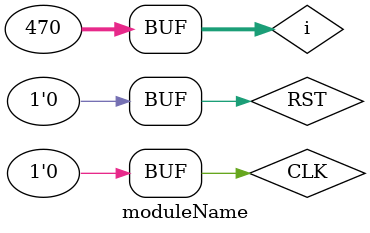
<source format=v>
module moduleName ();

reg CLK;
wire [31:0] OUT;
reg RST;
integer i;
SingleCpu SingleCpu1 (.CLK(CLK), .RST(RST), .OUT(OUT));

initial begin
    RST = 1;
    CLK = 0;
    #0.5;
    CLK = 1;
    #0.5;
    RST = 0;
    CLK = 0;
    #0.5;
    for(i=0; i<470; i=i+1) begin
        CLK = 1;
        #0.5;
        CLK = 0;
        #0.5;
    end


end
// iverilog -o test Vr_inst_mem.v SingleCpu.v SingleCpu_tb.v Vr_register_file.v SignedExtension.v Vr_data_mem.v Control.v ALUcontrol.v mux.v ALU.v Shift.v ALU_ADD.v PC.v ADD_4.v ANDGATE.v 

// always begin
//     #6 CLK=0;
//     #4 CLK=1;
// end

    
endmodule
</source>
